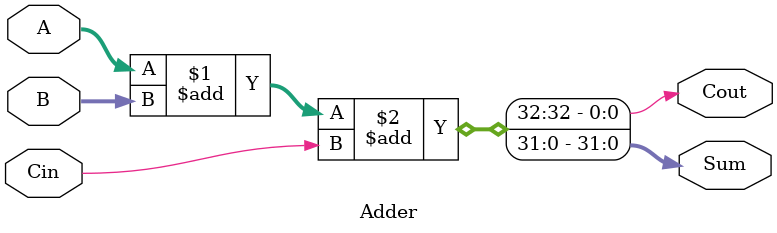
<source format=v>
module Adder (
    input [31:0] A,
    input [31:0] B,
    input Cin,
    output [31:0] Sum,
    output Cout
);
    assign {Cout, Sum} = A + B + Cin;
endmodule
</source>
